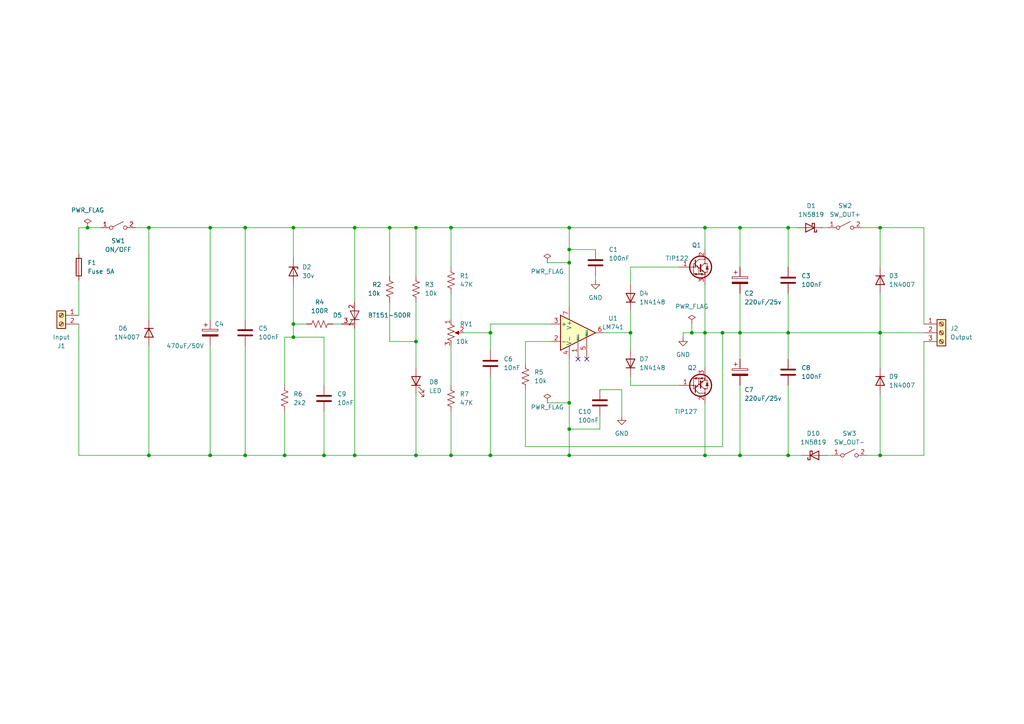
<source format=kicad_sch>
(kicad_sch (version 20230121) (generator eeschema)
  (paper "A4")
  (title_block (title "Fonte Simétrica Ajustável até +15V e -15V") (date "2023-10-30") (rev "Version 2.0") (company "Made by A.T."))
  (lib_symbols
    (symbol "Amplifier_Operational:LM741" (pin_names (offset 0.127))
      (property "Reference" "U" (at 0 6.35 0))
      (property "Value" "LM741" (at 0 3.81 0))
      (symbol "LM741_0_1"
        (polyline (pts (xy -5.08 5.08) (xy 5.08 0) (xy -5.08 -5.08) (xy -5.08 5.08)) (stroke (width 0.254)) (fill (type background)))
      )
      (symbol "LM741_1_1"
        (pin input line (at 0 -7.62 90) (length 5.08) (name "NULL") (number "1"))
        (pin input line (at -7.62 -2.54 0) (length 2.54) (name "-") (number "2"))
        (pin input line (at -7.62 2.54 0) (length 2.54) (name "+") (number "3"))
        (pin power_in line (at -2.54 -7.62 90) (length 3.81) (name "V-") (number "4"))
        (pin input line (at 2.54 -7.62 90) (length 6.35) (name "NULL") (number "5"))
        (pin output line (at 7.62 0 180) (length 2.54) (name "~") (number "6"))
        (pin power_in line (at -2.54 7.62 270) (length 3.81) (name "V+") (number "7"))
        (pin no_connect line (at 0 2.54 270) (length 2.54) hide (name "NC") (number "8"))
      )
    )
    (symbol "Connector:Screw_Terminal_01x02" (pin_names (offset 1.016) hide)
      (property "Reference" "J" (at 0 2.54 0))
      (property "Value" "Screw_Terminal_01x02" (at 0 -5.08 0))
      (symbol "Screw_Terminal_01x02_1_1"
        (rectangle (start -1.27 1.27) (end 1.27 -3.81) (stroke (width 0.254)) (fill (type background)))
        (circle (center 0 -2.54) (radius 0.635) (stroke (width 0.1524)))
        (polyline (pts (xy -0.5334 -2.2098) (xy 0.3302 -3.048)) (stroke (width 0.1524)))
        (polyline (pts (xy -0.5334 0.3302) (xy 0.3302 -0.508)) (stroke (width 0.1524)))
        (polyline (pts (xy -0.3556 -2.032) (xy 0.508 -2.8702)) (stroke (width 0.1524)))
        (polyline (pts (xy -0.3556 0.508) (xy 0.508 -0.3302)) (stroke (width 0.1524)))
        (circle (center 0 0) (radius 0.635) (stroke (width 0.1524)))
        (pin passive line (at -5.08 0 0) (length 3.81) (name "Pin_1") (number "1"))
        (pin passive line (at -5.08 -2.54 0) (length 3.81) (name "Pin_2") (number "2"))
      )
    )
    (symbol "Connector:Screw_Terminal_01x03" (pin_names (offset 1.016) hide)
      (property "Reference" "J" (at 0 5.08 0))
      (property "Value" "Screw_Terminal_01x03" (at 0 -5.08 0))
      (symbol "Screw_Terminal_01x03_1_1"
        (rectangle (start -1.27 3.81) (end 1.27 -3.81) (stroke (width 0.254)) (fill (type background)))
        (circle (center 0 -2.54) (radius 0.635) (stroke (width 0.1524)))
        (polyline (pts (xy -0.5334 -2.2098) (xy 0.3302 -3.048)) (stroke (width 0.1524)))
        (polyline (pts (xy -0.5334 0.3302) (xy 0.3302 -0.508)) (stroke (width 0.1524)))
        (polyline (pts (xy -0.5334 2.8702) (xy 0.3302 2.032)) (stroke (width 0.1524)))
        (polyline (pts (xy -0.3556 -2.032) (xy 0.508 -2.8702)) (stroke (width 0.1524)))
        (polyline (pts (xy -0.3556 0.508) (xy 0.508 -0.3302)) (stroke (width 0.1524)))
        (polyline (pts (xy -0.3556 3.048) (xy 0.508 2.2098)) (stroke (width 0.1524)))
        (circle (center 0 0) (radius 0.635) (stroke (width 0.1524)))
        (circle (center 0 2.54) (radius 0.635) (stroke (width 0.1524)))
        (pin passive line (at -5.08 2.54 0) (length 3.81) (name "Pin_1") (number "1"))
        (pin passive line (at -5.08 0 0) (length 3.81) (name "Pin_2") (number "2"))
        (pin passive line (at -5.08 -2.54 0) (length 3.81) (name "Pin_3") (number "3"))
      )
    )
    (symbol "Device:C" (pin_numbers hide) (pin_names (offset 0.254))
      (property "Reference" "C" (at 0.635 2.54 0))
      (property "Value" "C" (at 0.635 -2.54 0))
      (symbol "C_0_1"
        (polyline (pts (xy -2.032 -0.762) (xy 2.032 -0.762)) (stroke (width 0.508)))
        (polyline (pts (xy -2.032 0.762) (xy 2.032 0.762)) (stroke (width 0.508)))
      )
      (symbol "C_1_1"
        (pin passive line (at 0 3.81 270) (length 2.794) (name "~") (number "1"))
        (pin passive line (at 0 -3.81 90) (length 2.794) (name "~") (number "2"))
      )
    )
    (symbol "Device:C_Polarized" (pin_numbers hide) (pin_names (offset 0.254))
      (property "Reference" "C" (at 0.635 2.54 0))
      (property "Value" "C_Polarized" (at 0.635 -2.54 0))
      (symbol "C_Polarized_0_1"
        (rectangle (start -2.286 0.508) (end 2.286 1.016))
        (polyline (pts (xy -1.778 2.286) (xy -0.762 2.286)))
        (polyline (pts (xy -1.27 2.794) (xy -1.27 1.778)))
        (rectangle (start 2.286 -0.508) (end -2.286 -1.016) (fill (type outline)))
      )
      (symbol "C_Polarized_1_1"
        (pin passive line (at 0 3.81 270) (length 2.794) (name "~") (number "1"))
        (pin passive line (at 0 -3.81 90) (length 2.794) (name "~") (number "2"))
      )
    )
    (symbol "Device:D_Schottky" (pin_numbers hide) (pin_names (offset 1.016) hide)
      (property "Reference" "D" (at 0 2.54 0))
      (property "Value" "D_Schottky" (at 0 -2.54 0))
      (symbol "D_Schottky_0_1"
        (polyline (pts (xy 1.27 0) (xy -1.27 0)))
        (polyline (pts (xy 1.27 1.27) (xy 1.27 -1.27) (xy -1.27 0) (xy 1.27 1.27)) (stroke (width 0.254)))
        (polyline (pts (xy -1.905 0.635) (xy -1.905 1.27) (xy -1.27 1.27) (xy -1.27 -1.27) (xy -0.635 -1.27) (xy -0.635 -0.635)) (stroke (width 0.254)))
      )
      (symbol "D_Schottky_1_1"
        (pin passive line (at -3.81 0 0) (length 2.54) (name "K") (number "1"))
        (pin passive line (at 3.81 0 180) (length 2.54) (name "A") (number "2"))
      )
    )
    (symbol "Device:D_Zener" (pin_numbers hide) (pin_names (offset 1.016) hide)
      (property "Reference" "D" (at 0 2.54 0))
      (property "Value" "D_Zener" (at 0 -2.54 0))
      (symbol "D_Zener_0_1"
        (polyline (pts (xy 1.27 0) (xy -1.27 0)))
        (polyline (pts (xy -1.27 -1.27) (xy -1.27 1.27) (xy -0.762 1.27)) (stroke (width 0.254)))
        (polyline (pts (xy 1.27 -1.27) (xy 1.27 1.27) (xy -1.27 0) (xy 1.27 -1.27)) (stroke (width 0.254)))
      )
      (symbol "D_Zener_1_1"
        (pin passive line (at -3.81 0 0) (length 2.54) (name "K") (number "1"))
        (pin passive line (at 3.81 0 180) (length 2.54) (name "A") (number "2"))
      )
    )
    (symbol "Device:Fuse" (pin_numbers hide) (pin_names (offset 0))
      (property "Reference" "F" (at 2.032 0 90))
      (property "Value" "Fuse" (at -1.905 0 90))
      (symbol "Fuse_0_1"
        (rectangle (start -0.762 -2.54) (end 0.762 2.54) (stroke (width 0.254)))
        (polyline (pts (xy 0 2.54) (xy 0 -2.54)))
      )
      (symbol "Fuse_1_1"
        (pin passive line (at 0 3.81 270) (length 1.27) (name "~") (number "1"))
        (pin passive line (at 0 -3.81 90) (length 1.27) (name "~") (number "2"))
      )
    )
    (symbol "Device:LED" (pin_numbers hide) (pin_names (offset 1.016) hide)
      (property "Reference" "D" (at 0 2.54 0))
      (property "Value" "LED" (at 0 -2.54 0))
      (symbol "LED_0_1"
        (polyline (pts (xy -1.27 -1.27) (xy -1.27 1.27)) (stroke (width 0.254)))
        (polyline (pts (xy -1.27 0) (xy 1.27 0)))
        (polyline (pts (xy 1.27 -1.27) (xy 1.27 1.27) (xy -1.27 0) (xy 1.27 -1.27)) (stroke (width 0.254)))
        (polyline (pts (xy -3.048 -0.762) (xy -4.572 -2.286) (xy -3.81 -2.286) (xy -4.572 -2.286) (xy -4.572 -1.524)))
        (polyline (pts (xy -1.778 -0.762) (xy -3.302 -2.286) (xy -2.54 -2.286) (xy -3.302 -2.286) (xy -3.302 -1.524)))
      )
      (symbol "LED_1_1"
        (pin passive line (at -3.81 0 0) (length 2.54) (name "K") (number "1"))
        (pin passive line (at 3.81 0 180) (length 2.54) (name "A") (number "2"))
      )
    )
    (symbol "Device:Q_SCR_KAG" (pin_names (offset 0) hide)
      (property "Reference" "D" (at 1.905 0.635 0))
      (property "Value" "Q_SCR_KAG" (at 1.905 -1.27 0))
      (symbol "Q_SCR_KAG_0_1"
        (polyline (pts (xy -1.27 -2.54) (xy -0.635 -1.27)))
        (polyline (pts (xy -1.27 -1.27) (xy 1.27 -1.27)) (stroke (width 0.2032)))
        (polyline (pts (xy 0 -2.54) (xy 0 2.54)))
        (polyline (pts (xy -1.27 1.27) (xy 1.27 1.27) (xy 0 -1.27) (xy -1.27 1.27)) (stroke (width 0.2032)))
      )
      (symbol "Q_SCR_KAG_1_1"
        (pin passive line (at 0 -3.81 90) (length 2.54) (name "K") (number "1"))
        (pin passive line (at 0 3.81 270) (length 2.54) (name "A") (number "2"))
        (pin input line (at -3.81 -2.54 0) (length 2.54) (name "G") (number "3"))
      )
    )
    (symbol "Device:R_Potentiometer_US" (pin_names (offset 1.016) hide)
      (property "Reference" "RV" (at -4.445 0 90))
      (property "Value" "R_Potentiometer_US" (at -2.54 0 90))
      (symbol "R_Potentiometer_US_0_1"
        (polyline (pts (xy 0 -2.286) (xy 0 -2.54)))
        (polyline (pts (xy 0 2.54) (xy 0 2.286)))
        (polyline (pts (xy 2.54 0) (xy 1.524 0)))
        (polyline (pts (xy 1.143 0) (xy 2.286 0.508) (xy 2.286 -0.508) (xy 1.143 0)) (fill (type outline)))
        (polyline (pts (xy 0 -0.762) (xy 1.016 -1.143) (xy 0 -1.524) (xy -1.016 -1.905) (xy 0 -2.286)))
        (polyline (pts (xy 0 0.762) (xy 1.016 0.381) (xy 0 0) (xy -1.016 -0.381) (xy 0 -0.762)))
        (polyline (pts (xy 0 2.286) (xy 1.016 1.905) (xy 0 1.524) (xy -1.016 1.143) (xy 0 0.762)))
      )
      (symbol "R_Potentiometer_US_1_1"
        (pin passive line (at 0 3.81 270) (length 1.27) (name "1") (number "1"))
        (pin passive line (at 3.81 0 180) (length 1.27) (name "2") (number "2"))
        (pin passive line (at 0 -3.81 90) (length 1.27) (name "3") (number "3"))
      )
    )
    (symbol "Device:R_US" (pin_numbers hide) (pin_names (offset 0))
      (property "Reference" "R" (at 2.54 0 90))
      (property "Value" "R_US" (at -2.54 0 90))
      (symbol "R_US_0_1"
        (polyline (pts (xy 0 -2.286) (xy 0 -2.54)))
        (polyline (pts (xy 0 2.286) (xy 0 2.54)))
        (polyline (pts (xy 0 -0.762) (xy 1.016 -1.143) (xy 0 -1.524) (xy -1.016 -1.905) (xy 0 -2.286)))
        (polyline (pts (xy 0 0.762) (xy 1.016 0.381) (xy 0 0) (xy -1.016 -0.381) (xy 0 -0.762)))
        (polyline (pts (xy 0 2.286) (xy 1.016 1.905) (xy 0 1.524) (xy -1.016 1.143) (xy 0 0.762)))
      )
      (symbol "R_US_1_1"
        (pin passive line (at 0 3.81 270) (length 1.27) (name "~") (number "1"))
        (pin passive line (at 0 -3.81 90) (length 1.27) (name "~") (number "2"))
      )
    )
    (symbol "Diode:1N4007" (pin_numbers hide) (pin_names hide)
      (property "Reference" "D" (at 0 2.54 0))
      (property "Value" "1N4007" (at 0 -2.54 0))
      (symbol "1N4007_0_1"
        (polyline (pts (xy -1.27 1.27) (xy -1.27 -1.27)) (stroke (width 0.254)))
        (polyline (pts (xy 1.27 0) (xy -1.27 0)))
        (polyline (pts (xy 1.27 1.27) (xy 1.27 -1.27) (xy -1.27 0) (xy 1.27 1.27)) (stroke (width 0.254)))
      )
      (symbol "1N4007_1_1"
        (pin passive line (at -3.81 0 0) (length 2.54) (name "K") (number "1"))
        (pin passive line (at 3.81 0 180) (length 2.54) (name "A") (number "2"))
      )
    )
    (symbol "Diode:1N4148" (pin_numbers hide) (pin_names hide)
      (property "Reference" "D" (at 0 2.54 0))
      (property "Value" "1N4148" (at 0 -2.54 0))
      (symbol "1N4148_0_1"
        (polyline (pts (xy -1.27 1.27) (xy -1.27 -1.27)) (stroke (width 0.254)))
        (polyline (pts (xy 1.27 0) (xy -1.27 0)))
        (polyline (pts (xy 1.27 1.27) (xy 1.27 -1.27) (xy -1.27 0) (xy 1.27 1.27)) (stroke (width 0.254)))
      )
      (symbol "1N4148_1_1"
        (pin passive line (at -3.81 0 0) (length 2.54) (name "K") (number "1"))
        (pin passive line (at 3.81 0 180) (length 2.54) (name "A") (number "2"))
      )
    )
    (symbol "Switch:SW_SPST" (pin_names (offset 0) hide)
      (property "Reference" "SW" (at 0 3.175 0))
      (property "Value" "SW_SPST" (at 0 -2.54 0))
      (symbol "SW_SPST_0_0"
        (circle (center -2.032 0) (radius 0.508))
        (polyline (pts (xy -1.524 0.254) (xy 1.524 1.778)))
        (circle (center 2.032 0) (radius 0.508))
      )
      (symbol "SW_SPST_1_1"
        (pin passive line (at -5.08 0 0) (length 2.54) (name "A") (number "1"))
        (pin passive line (at 5.08 0 180) (length 2.54) (name "B") (number "2"))
      )
    )
    (symbol "Transistor_BJT:TIP122" (pin_names (offset 0) hide)
      (property "Reference" "Q" (at 5.08 1.905 0))
      (property "Value" "TIP122" (at 5.08 0 0))
      (symbol "TIP122_0_1"
        (circle (center -0.762 0) (radius 0.127))
        (polyline (pts (xy -1.27 0) (xy -0.889 0)))
        (polyline (pts (xy 2.54 -2.032) (xy 2.54 -2.54)))
        (polyline (pts (xy 2.54 -1.524) (xy 3.175 -1.524)))
        (polyline (pts (xy 2.794 0.127) (xy 3.556 0.127)))
        (polyline (pts (xy 3.175 -0.635) (xy 3.175 -1.524)))
        (polyline (pts (xy 3.175 1.016) (xy 2.54 1.016)))
        (polyline (pts (xy 3.175 1.016) (xy 3.175 0.127)))
        (polyline (pts (xy -0.254 0.762) (xy 0.762 -0.254) (xy 1.27 -0.254)))
        (polyline (pts (xy -0.254 1.016) (xy -0.762 1.016) (xy -0.762 -2.032)))
        (polyline (pts (xy -0.254 1.27) (xy 0.762 2.286) (xy 2.54 2.286)))
        (polyline (pts (xy -0.254 2.032) (xy -0.254 0) (xy -0.254 0)) (stroke (width 0.3048)))
        (polyline (pts (xy 1.27 0.762) (xy 1.27 -1.27) (xy 1.27 -1.27)) (stroke (width 0.381)))
        (polyline (pts (xy 0.635 -0.127) (xy 0.381 0.381) (xy 0.127 0.127) (xy 0.635 -0.127)))
        (polyline (pts (xy 1.27 -0.508) (xy 2.286 -1.524) (xy 2.54 -1.524) (xy 2.54 -2.032)))
        (polyline (pts (xy 1.27 0) (xy 2.286 1.016) (xy 2.54 1.016) (xy 2.54 2.286)))
        (polyline (pts (xy 2.159 -1.397) (xy 1.905 -0.889) (xy 1.651 -1.143) (xy 2.159 -1.397)))
        (polyline (pts (xy 3.175 0.127) (xy 2.794 -0.635) (xy 3.556 -0.635) (xy 3.175 0.127)) (fill (type outline)))
        (polyline (pts (xy 0.762 -2.032) (xy 0.381 -2.032) (xy 0.254 -2.286) (xy 0.127 -1.778) (xy 0 -2.286) (xy -0.127 -1.778) (xy -0.254 -2.286) (xy -0.381 -1.778) (xy -0.508 -2.032) (xy -0.762 -2.032)))
        (polyline (pts (xy 0.762 -0.254) (xy 0.762 -2.032) (xy 1.143 -2.032) (xy 1.27 -1.778) (xy 1.397 -2.286) (xy 1.524 -1.778) (xy 1.651 -2.286) (xy 1.778 -1.778) (xy 1.905 -2.286) (xy 2.032 -2.032) (xy 2.54 -2.032)))
        (circle (center 0.762 -2.032) (radius 0.127))
        (circle (center 0.762 -0.254) (radius 0.127))
        (circle (center 1.27 0) (radius 3.175) (stroke (width 0.3556)))
        (circle (center 2.54 -2.032) (radius 0.127))
        (circle (center 2.54 -1.524) (radius 0.127))
        (circle (center 2.54 1.016) (radius 0.127))
        (circle (center 2.54 2.286) (radius 0.127))
      )
      (symbol "TIP122_1_1"
        (pin input line (at -5.08 0 0) (length 3.81) (name "B") (number "1"))
        (pin passive line (at 2.54 5.08 270) (length 2.667) (name "C") (number "2"))
        (pin passive line (at 2.54 -5.08 90) (length 2.54) (name "E") (number "3"))
      )
    )
    (symbol "Transistor_BJT:TIP127" (pin_names (offset 0) hide)
      (property "Reference" "Q" (at 5.08 1.905 0))
      (property "Value" "TIP127" (at 5.08 0 0))
      (symbol "TIP127_0_1"
        (circle (center -0.762 0) (radius 0.127))
        (polyline (pts (xy -1.27 0) (xy -0.889 0)))
        (polyline (pts (xy 2.54 -2.032) (xy 2.54 -2.54)))
        (polyline (pts (xy 2.54 -1.524) (xy 3.175 -1.524)))
        (polyline (pts (xy 2.794 -0.635) (xy 3.556 -0.635)))
        (polyline (pts (xy 3.175 -1.524) (xy 3.175 -0.635)))
        (polyline (pts (xy 3.175 0.127) (xy 3.175 1.016)))
        (polyline (pts (xy 3.175 1.016) (xy 2.54 1.016)))
        (polyline (pts (xy -0.254 0.762) (xy 0.762 -0.254) (xy 1.27 -0.254)))
        (polyline (pts (xy -0.254 1.016) (xy -0.762 1.016) (xy -0.762 -2.032)))
        (polyline (pts (xy -0.254 1.27) (xy 0.762 2.286) (xy 2.54 2.286)))
        (polyline (pts (xy -0.254 2.032) (xy -0.254 0) (xy -0.254 0)) (stroke (width 0.3048)))
        (polyline (pts (xy 1.27 0.762) (xy 1.27 -1.27) (xy 1.27 -1.27)) (stroke (width 0.381)))
        (polyline (pts (xy 0 0.508) (xy 0.254 0) (xy 0.508 0.254) (xy 0 0.508)))
        (polyline (pts (xy 1.27 -0.508) (xy 2.286 -1.524) (xy 2.54 -1.524) (xy 2.54 -2.032)))
        (polyline (pts (xy 1.27 0) (xy 2.286 1.016) (xy 2.54 1.016) (xy 2.54 2.286)))
        (polyline (pts (xy 1.524 -0.762) (xy 1.778 -1.27) (xy 2.032 -1.016) (xy 1.524 -0.762)))
        (polyline (pts (xy 3.175 -0.635) (xy 2.794 0.127) (xy 3.556 0.127) (xy 3.175 -0.635)) (fill (type outline)))
        (polyline (pts (xy 0.762 -2.032) (xy 0.381 -2.032) (xy 0.254 -2.286) (xy 0.127 -1.778) (xy 0 -2.286) (xy -0.127 -1.778) (xy -0.254 -2.286) (xy -0.381 -1.778) (xy -0.508 -2.032) (xy -0.762 -2.032)))
        (polyline (pts (xy 0.762 -0.254) (xy 0.762 -2.032) (xy 1.143 -2.032) (xy 1.27 -1.778) (xy 1.397 -2.286) (xy 1.524 -1.778) (xy 1.651 -2.286) (xy 1.778 -1.778) (xy 1.905 -2.286) (xy 2.032 -2.032) (xy 2.54 -2.032)))
        (circle (center 0.762 -2.032) (radius 0.127))
        (circle (center 0.762 -0.254) (radius 0.127))
        (circle (center 1.27 0) (radius 3.175) (stroke (width 0.3556)))
        (circle (center 2.54 -2.032) (radius 0.127))
        (circle (center 2.54 -1.524) (radius 0.127))
        (circle (center 2.54 1.016) (radius 0.127))
        (circle (center 2.54 2.286) (radius 0.127))
      )
      (symbol "TIP127_1_1"
        (pin input line (at -5.08 0 0) (length 3.81) (name "B") (number "1"))
        (pin passive line (at 2.54 5.08 270) (length 2.667) (name "C") (number "2"))
        (pin passive line (at 2.54 -5.08 90) (length 2.54) (name "E") (number "3"))
      )
    )
    (symbol "power:GND" (power) (pin_names (offset 0))
      (property "Value" "GND" (at 0 -3.81 0))
      (symbol "GND_0_1"
        (polyline (pts (xy 0 0) (xy 0 -1.27) (xy 1.27 -1.27) (xy 0 -2.54) (xy -1.27 -1.27) (xy 0 -1.27)))
      )
      (symbol "GND_1_1"
        (pin power_in line (at 0 0 270) (length 0) hide (name "GND") (number "1"))
      )
    )
    (symbol "power:PWR_FLAG" (power) (pin_numbers hide) (pin_names (offset 0) hide)
      (property "Value" "PWR_FLAG" (at 0 3.81 0))
      (symbol "PWR_FLAG_0_0"
        (pin power_out line (at 0 0 90) (length 0) (name "pwr") (number "1"))
      )
      (symbol "PWR_FLAG_0_1"
        (polyline (pts (xy 0 0) (xy 0 1.27) (xy -1.016 1.905) (xy 0 2.54) (xy 1.016 1.905) (xy 0 1.27)))
      )
    )
  )
  (junction (at 113.03 66.04))
  (junction (at 165.1 124.46))
  (junction (at 85.09 97.79))
  (junction (at 120.65 99.06))
  (junction (at 130.81 132.08))
  (junction (at 204.47 66.04))
  (junction (at 165.1 76.2))
  (junction (at 60.96 132.08))
  (junction (at 255.27 132.08))
  (junction (at 200.66 96.52))
  (junction (at 82.55 132.08))
  (junction (at 228.6 132.08))
  (junction (at 255.27 66.04))
  (junction (at 165.1 72.39))
  (junction (at 165.1 116.84))
  (junction (at 214.63 66.04))
  (junction (at 102.87 66.04))
  (junction (at 71.12 66.04))
  (junction (at 204.47 132.08))
  (junction (at 165.1 66.04))
  (junction (at 165.1 132.08))
  (junction (at 120.65 132.08))
  (junction (at 255.27 96.52))
  (junction (at 142.24 132.08))
  (junction (at 182.88 96.52))
  (junction (at 43.18 132.08))
  (junction (at 43.18 66.04))
  (junction (at 93.98 132.08))
  (junction (at 60.96 66.04))
  (junction (at 120.65 66.04))
  (junction (at 204.47 96.52))
  (junction (at 130.81 66.04))
  (junction (at 209.55 96.52))
  (junction (at 142.24 96.52))
  (junction (at 228.6 66.04))
  (junction (at 102.87 132.08))
  (junction (at 214.63 132.08))
  (junction (at 71.12 132.08))
  (junction (at 85.09 93.98))
  (junction (at 228.6 96.52))
  (junction (at 25.4 66.04))
  (junction (at 214.63 96.52))
  (junction (at 85.09 66.04))
  (no_connect (at 170.18 104.14))
  (no_connect (at 167.64 104.14))
  (wire (pts (xy 43.18 92.71) (xy 43.18 66.04)))
  (wire (pts (xy 165.1 72.39) (xy 165.1 76.2)))
  (wire (pts (xy 204.47 72.39) (xy 204.47 66.04)))
  (wire (pts (xy 238.76 66.04) (xy 240.03 66.04)))
  (wire (pts (xy 214.63 96.52) (xy 214.63 104.14)))
  (wire (pts (xy 85.09 74.93) (xy 85.09 66.04)))
  (wire (pts (xy 214.63 77.47) (xy 214.63 66.04)))
  (wire (pts (xy 255.27 114.3) (xy 255.27 132.08)))
  (wire (pts (xy 113.03 66.04) (xy 120.65 66.04)))
  (wire (pts (xy 255.27 66.04) (xy 267.97 66.04)))
  (wire (pts (xy 198.12 96.52) (xy 198.12 97.79)))
  (wire (pts (xy 240.03 132.08) (xy 241.3 132.08)))
  (wire (pts (xy 204.47 132.08) (xy 214.63 132.08)))
  (wire (pts (xy 267.97 93.98) (xy 267.97 66.04)))
  (wire (pts (xy 120.65 87.63) (xy 120.65 99.06)))
  (wire (pts (xy 130.81 77.47) (xy 130.81 66.04)))
  (wire (pts (xy 142.24 96.52) (xy 142.24 101.6)))
  (wire (pts (xy 209.55 129.54) (xy 209.55 96.52)))
  (wire (pts (xy 22.86 66.04) (xy 25.4 66.04)))
  (wire (pts (xy 228.6 85.09) (xy 228.6 96.52)))
  (wire (pts (xy 196.85 111.76) (xy 182.88 111.76)))
  (wire (pts (xy 160.02 99.06) (xy 152.4 99.06)))
  (wire (pts (xy 228.6 96.52) (xy 228.6 104.14)))
  (wire (pts (xy 255.27 85.09) (xy 255.27 96.52)))
  (wire (pts (xy 22.86 132.08) (xy 43.18 132.08)))
  (wire (pts (xy 255.27 66.04) (xy 255.27 77.47)))
  (wire (pts (xy 71.12 66.04) (xy 85.09 66.04)))
  (wire (pts (xy 214.63 66.04) (xy 228.6 66.04)))
  (wire (pts (xy 250.19 66.04) (xy 255.27 66.04)))
  (wire (pts (xy 204.47 96.52) (xy 200.66 96.52)))
  (wire (pts (xy 96.52 93.98) (xy 99.06 93.98)))
  (wire (pts (xy 173.99 113.03) (xy 180.34 113.03)))
  (wire (pts (xy 130.81 66.04) (xy 165.1 66.04)))
  (wire (pts (xy 85.09 82.55) (xy 85.09 93.98)))
  (wire (pts (xy 165.1 66.04) (xy 204.47 66.04)))
  (wire (pts (xy 200.66 93.98) (xy 200.66 96.52)))
  (wire (pts (xy 182.88 111.76) (xy 182.88 109.22)))
  (wire (pts (xy 82.55 97.79) (xy 82.55 111.76)))
  (wire (pts (xy 152.4 129.54) (xy 209.55 129.54)))
  (wire (pts (xy 214.63 132.08) (xy 228.6 132.08)))
  (wire (pts (xy 204.47 82.55) (xy 204.47 96.52)))
  (wire (pts (xy 214.63 85.09) (xy 214.63 96.52)))
  (wire (pts (xy 130.81 119.38) (xy 130.81 132.08)))
  (wire (pts (xy 255.27 132.08) (xy 267.97 132.08)))
  (wire (pts (xy 113.03 87.63) (xy 113.03 99.06)))
  (wire (pts (xy 43.18 100.33) (xy 43.18 132.08)))
  (wire (pts (xy 71.12 132.08) (xy 82.55 132.08)))
  (wire (pts (xy 182.88 96.52) (xy 182.88 101.6)))
  (wire (pts (xy 60.96 132.08) (xy 71.12 132.08)))
  (wire (pts (xy 43.18 66.04) (xy 60.96 66.04)))
  (wire (pts (xy 165.1 66.04) (xy 165.1 72.39)))
  (wire (pts (xy 165.1 104.14) (xy 165.1 116.84)))
  (wire (pts (xy 165.1 132.08) (xy 204.47 132.08)))
  (wire (pts (xy 172.72 80.01) (xy 172.72 81.28)))
  (wire (pts (xy 25.4 66.04) (xy 29.21 66.04)))
  (wire (pts (xy 120.65 66.04) (xy 130.81 66.04)))
  (wire (pts (xy 228.6 66.04) (xy 231.14 66.04)))
  (wire (pts (xy 120.65 66.04) (xy 120.65 80.01)))
  (wire (pts (xy 102.87 66.04) (xy 102.87 87.63)))
  (wire (pts (xy 158.75 116.84) (xy 165.1 116.84)))
  (wire (pts (xy 267.97 99.06) (xy 267.97 132.08)))
  (wire (pts (xy 255.27 96.52) (xy 267.97 96.52)))
  (wire (pts (xy 71.12 66.04) (xy 71.12 92.71)))
  (wire (pts (xy 165.1 72.39) (xy 172.72 72.39)))
  (wire (pts (xy 142.24 132.08) (xy 165.1 132.08)))
  (wire (pts (xy 182.88 82.55) (xy 182.88 77.47)))
  (wire (pts (xy 165.1 116.84) (xy 165.1 124.46)))
  (wire (pts (xy 180.34 113.03) (xy 180.34 120.65)))
  (wire (pts (xy 142.24 93.98) (xy 160.02 93.98)))
  (wire (pts (xy 71.12 100.33) (xy 71.12 132.08)))
  (wire (pts (xy 255.27 96.52) (xy 255.27 106.68)))
  (wire (pts (xy 82.55 119.38) (xy 82.55 132.08)))
  (wire (pts (xy 173.99 124.46) (xy 165.1 124.46)))
  (wire (pts (xy 85.09 93.98) (xy 88.9 93.98)))
  (wire (pts (xy 60.96 66.04) (xy 71.12 66.04)))
  (wire (pts (xy 173.99 120.65) (xy 173.99 124.46)))
  (wire (pts (xy 214.63 96.52) (xy 228.6 96.52)))
  (wire (pts (xy 165.1 124.46) (xy 165.1 132.08)))
  (wire (pts (xy 93.98 111.76) (xy 93.98 97.79)))
  (wire (pts (xy 251.46 132.08) (xy 255.27 132.08)))
  (wire (pts (xy 120.65 99.06) (xy 120.65 106.68)))
  (wire (pts (xy 120.65 114.3) (xy 120.65 132.08)))
  (wire (pts (xy 134.62 96.52) (xy 142.24 96.52)))
  (wire (pts (xy 152.4 113.03) (xy 152.4 129.54)))
  (wire (pts (xy 120.65 132.08) (xy 130.81 132.08)))
  (wire (pts (xy 228.6 132.08) (xy 232.41 132.08)))
  (wire (pts (xy 204.47 66.04) (xy 214.63 66.04)))
  (wire (pts (xy 130.81 100.33) (xy 130.81 111.76)))
  (wire (pts (xy 93.98 119.38) (xy 93.98 132.08)))
  (wire (pts (xy 228.6 66.04) (xy 228.6 77.47)))
  (wire (pts (xy 182.88 90.17) (xy 182.88 96.52)))
  (wire (pts (xy 130.81 85.09) (xy 130.81 92.71)))
  (wire (pts (xy 82.55 97.79) (xy 85.09 97.79)))
  (wire (pts (xy 165.1 76.2) (xy 165.1 88.9)))
  (wire (pts (xy 102.87 95.25) (xy 102.87 132.08)))
  (wire (pts (xy 204.47 96.52) (xy 209.55 96.52)))
  (wire (pts (xy 93.98 132.08) (xy 102.87 132.08)))
  (wire (pts (xy 113.03 99.06) (xy 120.65 99.06)))
  (wire (pts (xy 22.86 73.66) (xy 22.86 66.04)))
  (wire (pts (xy 85.09 66.04) (xy 102.87 66.04)))
  (wire (pts (xy 228.6 111.76) (xy 228.6 132.08)))
  (wire (pts (xy 182.88 77.47) (xy 196.85 77.47)))
  (wire (pts (xy 204.47 96.52) (xy 204.47 106.68)))
  (wire (pts (xy 22.86 81.28) (xy 22.86 91.44)))
  (wire (pts (xy 60.96 66.04) (xy 60.96 92.71)))
  (wire (pts (xy 142.24 109.22) (xy 142.24 132.08)))
  (wire (pts (xy 200.66 96.52) (xy 198.12 96.52)))
  (wire (pts (xy 209.55 96.52) (xy 214.63 96.52)))
  (wire (pts (xy 142.24 93.98) (xy 142.24 96.52)))
  (wire (pts (xy 82.55 132.08) (xy 93.98 132.08)))
  (wire (pts (xy 102.87 132.08) (xy 120.65 132.08)))
  (wire (pts (xy 204.47 132.08) (xy 204.47 116.84)))
  (wire (pts (xy 152.4 99.06) (xy 152.4 105.41)))
  (wire (pts (xy 60.96 100.33) (xy 60.96 132.08)))
  (wire (pts (xy 158.75 76.2) (xy 165.1 76.2)))
  (wire (pts (xy 113.03 66.04) (xy 113.03 80.01)))
  (wire (pts (xy 175.26 96.52) (xy 182.88 96.52)))
  (wire (pts (xy 85.09 97.79) (xy 93.98 97.79)))
  (wire (pts (xy 214.63 111.76) (xy 214.63 132.08)))
  (wire (pts (xy 22.86 93.98) (xy 22.86 132.08)))
  (wire (pts (xy 43.18 132.08) (xy 60.96 132.08)))
  (wire (pts (xy 85.09 93.98) (xy 85.09 97.79)))
  (wire (pts (xy 102.87 66.04) (xy 113.03 66.04)))
  (wire (pts (xy 228.6 96.52) (xy 255.27 96.52)))
  (wire (pts (xy 130.81 132.08) (xy 142.24 132.08)))
  (wire (pts (xy 39.37 66.04) (xy 43.18 66.04)))
  (symbol (lib_id "Device:R_US") (at 130.81 81.28 0) (unit 1)
    (property "Reference" "R1" (at 133.35 80.01 0) (effects (justify left)))
    (property "Value" "47K" (at 133.35 82.55 0) (effects (justify left)))
    (property "Footprint" "Resistor_THT:R_Axial_DIN0207_L6.3mm_D2.5mm_P10.16mm_Horizontal" (effects hide))
  )
  (symbol (lib_id "power:PWR_FLAG") (at 158.75 76.2 0) (unit 1)
    (property "Reference" "#FLG02" (effects hide))
    (property "Value" "PWR_FLAG" (at 158.75 78.74 0))
  )
  (symbol (lib_id "Connector:Screw_Terminal_01x03") (at 273.05 96.52 0) (unit 1)
    (property "Reference" "J2" (at 275.59 95.25 0) (effects (justify left)))
    (property "Value" "Output" (at 275.59 97.79 0) (effects (justify left)))
    (property "Footprint" "TerminalBlock_Phoenix:TerminalBlock_Phoenix_MKDS-1,5-3-5.08_1x03_P5.08mm_Horizontal" (effects hide))
  )
  (symbol (lib_id "Device:LED") (at 120.65 110.49 90) (unit 1)
    (property "Reference" "D8" (at 124.46 110.8075 90) (effects (justify right)))
    (property "Value" "LED" (at 124.46 113.3475 90) (effects (justify right)))
    (property "Footprint" "LED_THT:LED_D3.0mm" (effects hide))
  )
  (symbol (lib_id "Diode:1N4007") (at 255.27 81.28 270) (unit 1)
    (property "Reference" "D3" (at 257.81 80.01 90) (effects (justify left)))
    (property "Value" "1N4007" (at 257.81 82.55 90) (effects (justify left)))
    (property "Footprint" "Diode_THT:D_DO-41_SOD81_P10.16mm_Horizontal" (effects hide))
    (property "Datasheet" "http://www.vishay.com/docs/88503/1n4001.pdf" (effects hide))
    (property "Sim.Device" "D" (effects hide))
    (property "Sim.Pins" "1=K 2=A" (effects hide))
  )
  (symbol (lib_id "Device:C") (at 142.24 105.41 0) (unit 1)
    (property "Reference" "C6" (at 146.05 104.14 0) (effects (justify left)))
    (property "Value" "10nF" (at 146.05 106.68 0) (effects (justify left)))
    (property "Footprint" "Capacitor_THT:C_Disc_D5.0mm_W2.5mm_P5.00mm" (effects hide))
  )
  (symbol (lib_id "power:PWR_FLAG") (at 200.66 93.98 0) (unit 1)
    (property "Reference" "#FLG03" (effects hide))
    (property "Value" "PWR_FLAG" (at 200.66 88.9 0))
  )
  (symbol (lib_id "power:GND") (at 180.34 120.65 0) (unit 1)
    (property "Reference" "#PWR03" (effects hide))
    (property "Value" "GND" (at 180.34 125.73 0))
  )
  (symbol (lib_id "Switch:SW_SPST") (at 245.11 66.04 0) (unit 1)
    (property "Reference" "SW2" (at 245.11 59.69 0))
    (property "Value" "SW_OUT+" (at 245.11 62.23 0))
    (property "Footprint" "TestPoint:TestPoint_2Pads_Pitch5.08mm_Drill1.3mm" (effects hide))
  )
  (symbol (lib_id "Device:C") (at 228.6 81.28 0) (unit 1)
    (property "Reference" "C3" (at 232.41 80.01 0) (effects (justify left)))
    (property "Value" "100nF" (at 232.41 82.55 0) (effects (justify left)))
    (property "Footprint" "Capacitor_THT:C_Disc_D5.0mm_W2.5mm_P5.00mm" (effects hide))
  )
  (symbol (lib_id "Device:C") (at 228.6 107.95 0) (unit 1)
    (property "Reference" "C8" (at 232.41 106.68 0) (effects (justify left)))
    (property "Value" "100nF" (at 232.41 109.22 0) (effects (justify left)))
    (property "Footprint" "Capacitor_THT:C_Disc_D5.0mm_W2.5mm_P5.00mm" (effects hide))
  )
  (symbol (lib_id "Switch:SW_SPST") (at 246.38 132.08 0) (unit 1)
    (property "Reference" "SW3" (at 246.38 125.73 0))
    (property "Value" "SW_OUT-" (at 246.38 128.27 0))
    (property "Footprint" "TestPoint:TestPoint_2Pads_Pitch5.08mm_Drill1.3mm" (effects hide))
  )
  (symbol (lib_id "Device:R_Potentiometer_US") (at 130.81 96.52 0) (unit 1)
    (property "Reference" "RV1" (at 137.16 93.98 0) (effects (justify right)))
    (property "Value" "10k" (at 135.89 99.06 0) (effects (justify right)))
    (property "Footprint" "Potentiometer_THT:Potentiometer_Bourns_3296W_Vertical" (effects hide))
  )
  (symbol (lib_id "Device:C_Polarized") (at 214.63 107.95 0) (unit 1)
    (property "Reference" "C7" (at 215.9 113.03 0) (effects (justify left)))
    (property "Value" "220uF/25v" (at 215.9 115.57 0) (effects (justify left)))
    (property "Footprint" "Capacitor_THT:CP_Radial_D8.0mm_P3.50mm" (effects hide))
  )
  (symbol (lib_id "Device:D_Zener") (at 85.09 78.74 270) (unit 1)
    (property "Reference" "D2" (at 87.63 77.47 90) (effects (justify left)))
    (property "Value" "30v" (at 87.63 80.01 90) (effects (justify left)))
    (property "Footprint" "Diode_THT:D_DO-35_SOD27_P7.62mm_Horizontal" (effects hide))
  )
  (symbol (lib_id "Device:R_US") (at 152.4 109.22 0) (unit 1)
    (property "Reference" "R5" (at 154.94 107.95 0) (effects (justify left)))
    (property "Value" "10k" (at 154.94 110.49 0) (effects (justify left)))
    (property "Footprint" "Resistor_THT:R_Axial_DIN0207_L6.3mm_D2.5mm_P10.16mm_Horizontal" (effects hide))
  )
  (symbol (lib_id "Connector:Screw_Terminal_01x02") (at 17.78 91.44 0) (mirror y) (unit 1)
    (property "Reference" "J1" (at 17.78 100.33 0))
    (property "Value" "Input" (at 17.78 97.79 0))
    (property "Footprint" "TerminalBlock_Phoenix:TerminalBlock_Phoenix_MKDS-1,5-2-5.08_1x02_P5.08mm_Horizontal" (effects hide))
  )
  (symbol (lib_id "Switch:SW_SPST") (at 34.29 66.04 0) (unit 1)
    (property "Reference" "SW1" (at 34.29 69.85 0))
    (property "Value" "ON/OFF" (at 34.29 72.39 0))
    (property "Footprint" "TestPoint:TestPoint_2Pads_Pitch5.08mm_Drill1.3mm" (effects hide))
  )
  (symbol (lib_id "Device:D_Schottky") (at 236.22 132.08 0) (mirror x) (unit 1)
    (property "Reference" "D10" (at 235.9025 125.73 0))
    (property "Value" "1N5819" (at 235.9025 128.27 0))
    (property "Footprint" "Diode_THT:D_DO-41_SOD81_P10.16mm_Horizontal" (effects hide))
  )
  (symbol (lib_id "Amplifier_Operational:LM741") (at 167.64 96.52 0) (unit 1)
    (property "Reference" "U1" (at 177.8 92.3291 0))
    (property "Value" "LM741" (at 177.8 94.8691 0))
    (property "Footprint" "Package_DIP:DIP-8_W7.62mm" (effects hide))
    (property "Datasheet" "http://www.ti.com/lit/ds/symlink/lm741.pdf" (effects hide))
  )
  (symbol (lib_id "Device:C") (at 173.99 116.84 0) (unit 1)
    (property "Reference" "C10" (at 167.64 119.38 0) (effects (justify left)))
    (property "Value" "100nF" (at 167.64 121.92 0) (effects (justify left)))
    (property "Footprint" "Capacitor_THT:C_Disc_D5.0mm_W2.5mm_P5.00mm" (effects hide))
  )
  (symbol (lib_id "Device:R_US") (at 113.03 83.82 0) (unit 1)
    (property "Reference" "R2" (at 107.95 82.55 0) (effects (justify left)))
    (property "Value" "10k" (at 106.68 85.09 0) (effects (justify left)))
    (property "Footprint" "Resistor_THT:R_Axial_DIN0207_L6.3mm_D2.5mm_P10.16mm_Horizontal" (effects hide))
  )
  (symbol (lib_id "Device:R_US") (at 92.71 93.98 90) (unit 1)
    (property "Reference" "R4" (at 92.71 87.63 90))
    (property "Value" "100R" (at 92.71 90.17 90))
    (property "Footprint" "Resistor_THT:R_Axial_DIN0207_L6.3mm_D2.5mm_P10.16mm_Horizontal" (effects hide))
  )
  (symbol (lib_id "Device:C") (at 71.12 96.52 0) (unit 1)
    (property "Reference" "C5" (at 74.93 95.25 0) (effects (justify left)))
    (property "Value" "100nF" (at 74.93 97.79 0) (effects (justify left)))
    (property "Footprint" "Capacitor_THT:C_Disc_D5.0mm_W2.5mm_P5.00mm" (effects hide))
  )
  (symbol (lib_id "Transistor_BJT:TIP122") (at 201.93 77.47 0) (unit 1)
    (property "Reference" "Q1" (at 200.66 71.12 0) (effects (justify left)))
    (property "Value" "TIP122" (at 193.04 74.93 0) (effects (justify left)))
    (property "Footprint" "Package_TO_SOT_THT:TO-220-3_Vertical" (effects hide))
    (property "Datasheet" "https://www.onsemi.com/pub/Collateral/TIP120-D.PDF" (effects hide))
  )
  (symbol (lib_id "Device:Q_SCR_KAG") (at 102.87 91.44 0) (unit 1)
    (property "Reference" "D5" (at 96.52 91.44 0) (effects (justify left)))
    (property "Value" "BT151-500R" (at 106.68 91.44 0) (effects (justify left)))
    (property "Footprint" "Package_TO_SOT_THT:TO-220-3_Vertical" (effects hide))
  )
  (symbol (lib_id "power:PWR_FLAG") (at 25.4 66.04 0) (unit 1)
    (property "Reference" "#FLG01" (effects hide))
    (property "Value" "PWR_FLAG" (at 25.4 60.96 0))
  )
  (symbol (lib_id "Device:R_US") (at 130.81 115.57 0) (unit 1)
    (property "Reference" "R7" (at 133.35 114.3 0) (effects (justify left)))
    (property "Value" "47K" (at 133.35 116.84 0) (effects (justify left)))
    (property "Footprint" "Resistor_THT:R_Axial_DIN0207_L6.3mm_D2.5mm_P10.16mm_Horizontal" (effects hide))
  )
  (symbol (lib_id "power:PWR_FLAG") (at 158.75 116.84 0) (unit 1)
    (property "Reference" "#FLG04" (effects hide))
    (property "Value" "PWR_FLAG" (at 158.75 118.11 0))
  )
  (symbol (lib_id "power:GND") (at 198.12 97.79 0) (unit 1)
    (property "Reference" "#PWR02" (effects hide))
    (property "Value" "GND" (at 198.12 102.87 0))
  )
  (symbol (lib_id "Diode:1N4007") (at 255.27 110.49 270) (unit 1)
    (property "Reference" "D9" (at 257.81 109.22 90) (effects (justify left)))
    (property "Value" "1N4007" (at 257.81 111.76 90) (effects (justify left)))
    (property "Footprint" "Diode_THT:D_DO-41_SOD81_P10.16mm_Horizontal" (effects hide))
    (property "Datasheet" "http://www.vishay.com/docs/88503/1n4001.pdf" (effects hide))
    (property "Sim.Device" "D" (effects hide))
    (property "Sim.Pins" "1=K 2=A" (effects hide))
  )
  (symbol (lib_id "Diode:1N4148") (at 182.88 86.36 90) (unit 1)
    (property "Reference" "D4" (at 185.42 85.09 90) (effects (justify right)))
    (property "Value" "1N4148" (at 185.42 87.63 90) (effects (justify right)))
    (property "Footprint" "Diode_THT:D_DO-41_SOD81_P10.16mm_Horizontal" (effects hide))
    (property "Datasheet" "https://assets.nexperia.com/documents/data-sheet/1N4148_1N4448.pdf" (effects hide))
    (property "Sim.Device" "D" (effects hide))
    (property "Sim.Pins" "1=K 2=A" (effects hide))
  )
  (symbol (lib_id "Device:C_Polarized") (at 214.63 81.28 0) (unit 1)
    (property "Reference" "C2" (at 215.9 85.09 0) (effects (justify left)))
    (property "Value" "220uF/25v" (at 215.9 87.63 0) (effects (justify left)))
    (property "Footprint" "Capacitor_THT:CP_Radial_D8.0mm_P3.50mm" (effects hide))
  )
  (symbol (lib_id "Device:C") (at 93.98 115.57 0) (unit 1)
    (property "Reference" "C9" (at 97.79 114.3 0) (effects (justify left)))
    (property "Value" "10nF" (at 97.79 116.84 0) (effects (justify left)))
    (property "Footprint" "Capacitor_THT:C_Disc_D5.0mm_W2.5mm_P5.00mm" (effects hide))
  )
  (symbol (lib_id "Transistor_BJT:TIP127") (at 201.93 111.76 0) (mirror x) (unit 1)
    (property "Reference" "Q2" (at 199.39 106.68 0) (effects (justify left)))
    (property "Value" "TIP127" (at 195.58 119.38 0) (effects (justify left)))
    (property "Footprint" "Package_TO_SOT_THT:TO-220-3_Vertical" (effects hide))
    (property "Datasheet" "https://www.onsemi.com/pub/Collateral/TIP120-D.PDF" (effects hide))
  )
  (symbol (lib_id "Device:D_Schottky") (at 234.95 66.04 180) (unit 1)
    (property "Reference" "D1" (at 235.2675 59.69 0))
    (property "Value" "1N5819" (at 235.2675 62.23 0))
    (property "Footprint" "Diode_THT:D_DO-41_SOD81_P10.16mm_Horizontal" (effects hide))
  )
  (symbol (lib_id "Device:C_Polarized") (at 60.96 96.52 0) (unit 1)
    (property "Reference" "C4" (at 62.23 93.98 0) (effects (justify left)))
    (property "Value" "470uF/50V" (at 48.26 100.33 0) (effects (justify left)))
    (property "Footprint" "Capacitor_THT:CP_Radial_D13.0mm_P5.00mm" (effects hide))
  )
  (symbol (lib_id "Device:R_US") (at 82.55 115.57 0) (unit 1)
    (property "Reference" "R6" (at 85.09 114.3 0) (effects (justify left)))
    (property "Value" "2k2" (at 85.09 116.84 0) (effects (justify left)))
    (property "Footprint" "Resistor_THT:R_Axial_DIN0207_L6.3mm_D2.5mm_P10.16mm_Horizontal" (effects hide))
  )
  (symbol (lib_id "Diode:1N4148") (at 182.88 105.41 90) (unit 1)
    (property "Reference" "D7" (at 185.42 104.14 90) (effects (justify right)))
    (property "Value" "1N4148" (at 185.42 106.68 90) (effects (justify right)))
    (property "Footprint" "Diode_THT:D_DO-41_SOD81_P10.16mm_Horizontal" (effects hide))
    (property "Datasheet" "https://assets.nexperia.com/documents/data-sheet/1N4148_1N4448.pdf" (effects hide))
    (property "Sim.Device" "D" (effects hide))
    (property "Sim.Pins" "1=K 2=A" (effects hide))
  )
  (symbol (lib_id "Device:R_US") (at 120.65 83.82 0) (unit 1)
    (property "Reference" "R3" (at 123.19 82.55 0) (effects (justify left)))
    (property "Value" "10k" (at 123.19 85.09 0) (effects (justify left)))
    (property "Footprint" "Resistor_THT:R_Axial_DIN0207_L6.3mm_D2.5mm_P10.16mm_Horizontal" (effects hide))
  )
  (symbol (lib_id "Diode:1N4007") (at 43.18 96.52 270) (unit 1)
    (property "Reference" "D6" (at 34.29 95.25 90) (effects (justify left)))
    (property "Value" "1N4007" (at 33.02 97.79 90) (effects (justify left)))
    (property "Footprint" "Diode_THT:D_DO-41_SOD81_P10.16mm_Horizontal" (effects hide))
    (property "Datasheet" "http://www.vishay.com/docs/88503/1n4001.pdf" (effects hide))
    (property "Sim.Device" "D" (effects hide))
    (property "Sim.Pins" "1=K 2=A" (effects hide))
  )
  (symbol (lib_id "power:GND") (at 172.72 81.28 0) (unit 1)
    (property "Reference" "#PWR01" (effects hide))
    (property "Value" "GND" (at 172.72 86.36 0))
  )
  (symbol (lib_id "Device:C") (at 172.72 76.2 0) (unit 1)
    (property "Reference" "C1" (at 176.53 72.39 0) (effects (justify left)))
    (property "Value" "100nF" (at 176.53 74.93 0) (effects (justify left)))
    (property "Footprint" "Capacitor_THT:C_Disc_D5.0mm_W2.5mm_P5.00mm" (effects hide))
  )
  (symbol (lib_id "Device:Fuse") (at 22.86 77.47 0) (unit 1)
    (property "Reference" "F1" (at 25.4 76.2 0) (effects (justify left)))
    (property "Value" "Fuse 5A" (at 25.4 78.74 0) (effects (justify left)))
    (property "Footprint" "TestPoint:TestPoint_2Pads_Pitch5.08mm_Drill1.3mm" (effects hide))
  )
)
</source>
